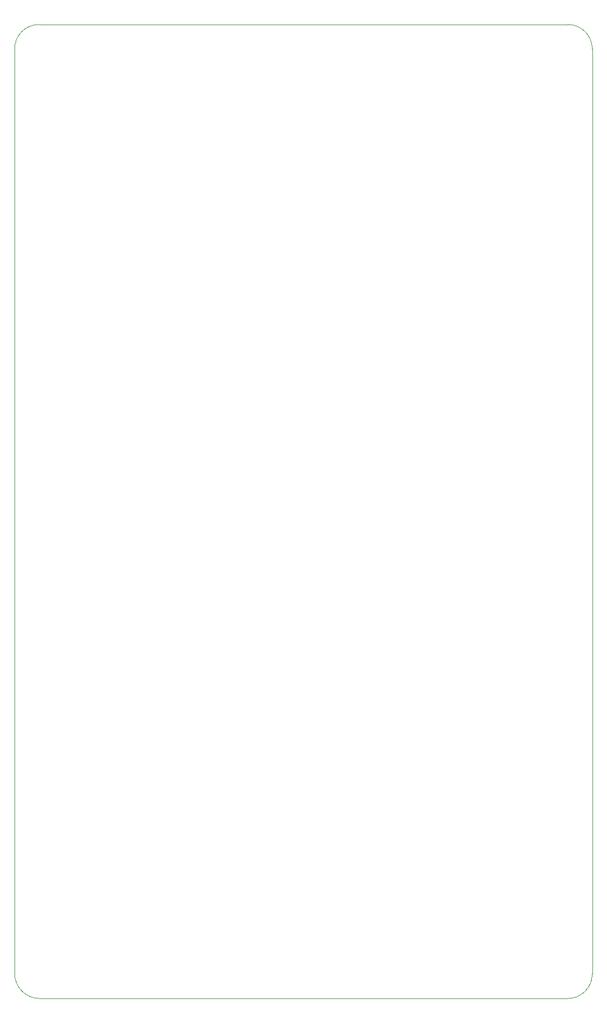
<source format=gbr>
%TF.GenerationSoftware,KiCad,Pcbnew,9.0.0*%
%TF.CreationDate,2025-05-06T23:45:37+04:00*%
%TF.ProjectId,Ebay,45626179-2e6b-4696-9361-645f70636258,rev?*%
%TF.SameCoordinates,Original*%
%TF.FileFunction,Profile,NP*%
%FSLAX46Y46*%
G04 Gerber Fmt 4.6, Leading zero omitted, Abs format (unit mm)*
G04 Created by KiCad (PCBNEW 9.0.0) date 2025-05-06 23:45:37*
%MOMM*%
%LPD*%
G01*
G04 APERTURE LIST*
%TA.AperFunction,Profile*%
%ADD10C,0.050000*%
%TD*%
G04 APERTURE END LIST*
D10*
X60300000Y-175800000D02*
X60300000Y-35700000D01*
X144100000Y-179600000D02*
X64100000Y-179600000D01*
X147800000Y-35700000D02*
X147800000Y-175900000D01*
X64000000Y-32000000D02*
X144100000Y-32000000D01*
X64100000Y-179600000D02*
G75*
G02*
X60300000Y-175800000I0J3800000D01*
G01*
X147800000Y-175900000D02*
G75*
G02*
X144100000Y-179600000I-3700000J0D01*
G01*
X144100000Y-32000000D02*
G75*
G02*
X147800000Y-35700000I0J-3700000D01*
G01*
X60300000Y-35700000D02*
G75*
G02*
X64000000Y-32000000I3700000J0D01*
G01*
M02*

</source>
